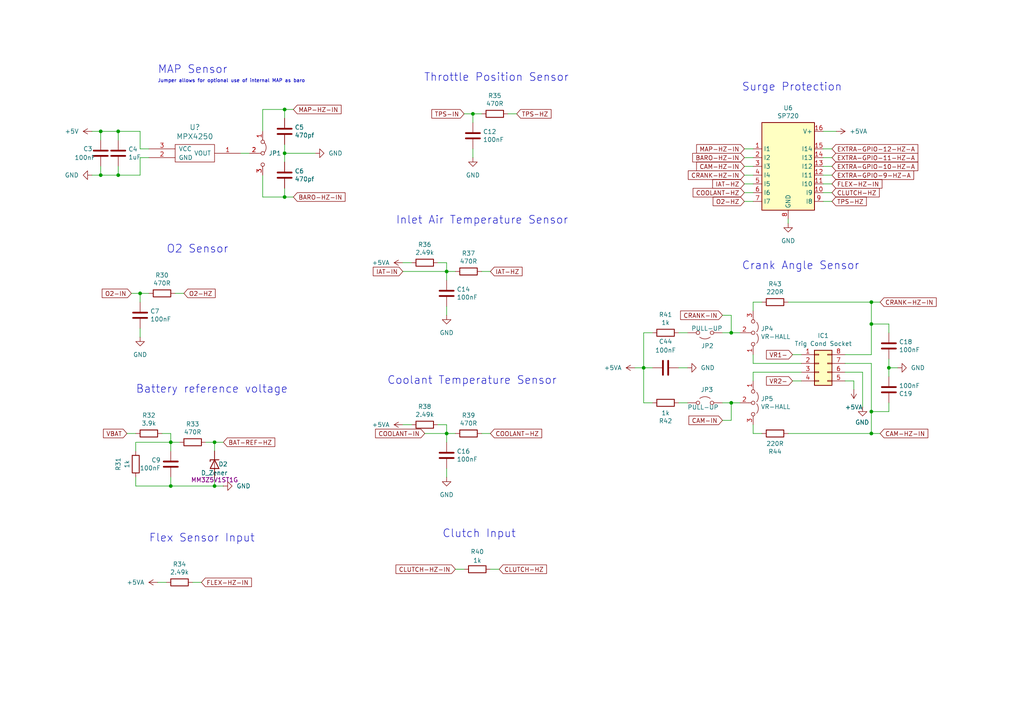
<source format=kicad_sch>
(kicad_sch (version 20250114) (generator "eeschema") (generator_version "9.0")
  (paper "A4")
  (title_block (title "0.4") (date "2021-03-27") (rev "4d") (company "Speeduino"))
  (lib_symbols
    (symbol "Connector_Generic:Conn_02x04_Counter_Clockwise" (pin_names (offset 1.016) (hide yes))
      (property "Reference" "J" (at 1.27 5.08 0))
      (property "Value" "Conn_02x04_Counter_Clockwise" (at 1.27 -7.62 0))
      (symbol "Conn_02x04_Counter_Clockwise_1_1"
        (rectangle (start -1.27 3.81) (end 3.81 -6.35) (stroke (width 0.254)) (fill (type background)))
        (rectangle (start -1.27 2.667) (end 0 2.413) (stroke (width 0.1524)))
        (rectangle (start -1.27 0.127) (end 0 -0.127) (stroke (width 0.1524)))
        (rectangle (start -1.27 -2.413) (end 0 -2.667) (stroke (width 0.1524)))
        (rectangle (start -1.27 -4.953) (end 0 -5.207) (stroke (width 0.1524)))
        (rectangle (start 3.81 2.667) (end 2.54 2.413) (stroke (width 0.1524)))
        (rectangle (start 3.81 0.127) (end 2.54 -0.127) (stroke (width 0.1524)))
        (rectangle (start 3.81 -2.413) (end 2.54 -2.667) (stroke (width 0.1524)))
        (rectangle (start 3.81 -4.953) (end 2.54 -5.207) (stroke (width 0.1524)))
        (pin passive line (at -5.08 2.54 0) (length 3.81) (name "Pin_1") (number "1"))
        (pin passive line (at -5.08 0 0) (length 3.81) (name "Pin_2") (number "2"))
        (pin passive line (at -5.08 -2.54 0) (length 3.81) (name "Pin_3") (number "3"))
        (pin passive line (at -5.08 -5.08 0) (length 3.81) (name "Pin_4") (number "4"))
        (pin passive line (at 7.62 2.54 180) (length 3.81) (name "Pin_8") (number "8"))
        (pin passive line (at 7.62 0 180) (length 3.81) (name "Pin_7") (number "7"))
        (pin passive line (at 7.62 -2.54 180) (length 3.81) (name "Pin_6") (number "6"))
        (pin passive line (at 7.62 -5.08 180) (length 3.81) (name "Pin_5") (number "5"))
      )
    )
    (symbol "Device:C" (pin_numbers (hide yes)) (pin_names (offset 0.254))
      (property "Reference" "C" (at 0.635 2.54 0))
      (property "Value" "C" (at 0.635 -2.54 0))
      (symbol "C_0_1"
        (polyline (pts (xy -2.032 0.762) (xy 2.032 0.762)) (stroke (width 0.508)))
        (polyline (pts (xy -2.032 -0.762) (xy 2.032 -0.762)) (stroke (width 0.508)))
      )
      (symbol "C_1_1"
        (pin passive line (at 0 3.81 270) (length 2.794) (name "~") (number "1"))
        (pin passive line (at 0 -3.81 90) (length 2.794) (name "~") (number "2"))
      )
    )
    (symbol "Device:D_Zener" (pin_numbers (hide yes)) (pin_names (offset 1.016) (hide yes))
      (property "Reference" "D" (at 0 2.54 0))
      (property "Value" "D_Zener" (at 0 -2.54 0))
      (symbol "D_Zener_0_1"
        (polyline (pts (xy -1.27 -1.27) (xy -1.27 1.27) (xy -0.762 1.27)) (stroke (width 0.254)))
        (polyline (pts (xy 1.27 0) (xy -1.27 0)))
        (polyline (pts (xy 1.27 -1.27) (xy 1.27 1.27) (xy -1.27 0) (xy 1.27 -1.27)) (stroke (width 0.254)))
      )
      (symbol "D_Zener_1_1"
        (pin passive line (at -3.81 0 0) (length 2.54) (name "K") (number "1"))
        (pin passive line (at 3.81 0 180) (length 2.54) (name "A") (number "2"))
      )
    )
    (symbol "Device:R" (pin_numbers (hide yes)) (pin_names (offset 0))
      (property "Reference" "R" (at 2.032 0 90))
      (property "Value" "R" (at 0 0 90))
      (symbol "R_0_1"
        (rectangle (start -1.016 -2.54) (end 1.016 2.54) (stroke (width 0.254)))
      )
      (symbol "R_1_1"
        (pin passive line (at 0 3.81 270) (length 1.27) (name "~") (number "1"))
        (pin passive line (at 0 -3.81 90) (length 1.27) (name "~") (number "2"))
      )
    )
    (symbol "IC_Automotive:SP720"
      (property "Reference" "U" (at 0 15.875 0))
      (property "Value" "SP720" (at 0 13.97 0))
      (symbol "SP720_0_1"
        (rectangle (start -7.62 -12.7) (end 7.62 12.7) (stroke (width 0.254)) (fill (type background)))
      )
      (symbol "SP720_1_1"
        (pin input line (at -10.16 5.08 0) (length 2.54) (name "I1") (number "1"))
        (pin input line (at -10.16 2.54 0) (length 2.54) (name "I2") (number "2"))
        (pin input line (at -10.16 0 0) (length 2.54) (name "I3") (number "3"))
        (pin input line (at -10.16 -2.54 0) (length 2.54) (name "I4") (number "4"))
        (pin input line (at -10.16 -5.08 0) (length 2.54) (name "I5") (number "5"))
        (pin input line (at -10.16 -7.62 0) (length 2.54) (name "I6") (number "6"))
        (pin input line (at -10.16 -10.16 0) (length 2.54) (name "I7") (number "7"))
        (pin power_in line (at 0 -15.24 90) (length 2.54) (name "GND") (number "8"))
        (pin power_in line (at 10.16 10.16 180) (length 2.54) (name "V+") (number "16"))
        (pin input line (at 10.16 5.08 180) (length 2.54) (name "I14") (number "15"))
        (pin open_collector line (at 10.16 2.54 180) (length 2.54) (name "I13") (number "14"))
        (pin input line (at 10.16 0 180) (length 2.54) (name "I12") (number "13"))
        (pin input line (at 10.16 -2.54 180) (length 2.54) (name "I11") (number "12"))
        (pin input line (at 10.16 -5.08 180) (length 2.54) (name "I10") (number "11"))
        (pin input line (at 10.16 -7.62 180) (length 2.54) (name "I9") (number "10"))
        (pin input line (at 10.16 -10.16 180) (length 2.54) (name "I8") (number "9"))
      )
    )
    (symbol "Jumper:Jumper_2_Open" (pin_numbers (hide yes)) (pin_names (offset 0) (hide yes)) (exclude_from_sim yes)
      (property "Reference" "JP" (at 0 2.794 0))
      (property "Value" "Jumper_2_Open" (at 0 -2.286 0))
      (symbol "Jumper_2_Open_0_0"
        (circle (center -2.032 0) (radius 0.508))
        (circle (center 2.032 0) (radius 0.508))
      )
      (symbol "Jumper_2_Open_0_1"
        (arc (start -1.524 1.27) (mid 0 1.778) (end 1.524 1.27))
      )
      (symbol "Jumper_2_Open_1_1"
        (pin passive line (at -5.08 0 0) (length 2.54) (name "A") (number "1"))
        (pin passive line (at 5.08 0 180) (length 2.54) (name "B") (number "2"))
      )
    )
    (symbol "Jumper:Jumper_3_Bridged12" (pin_names (offset 0) (hide yes)) (exclude_from_sim yes) (in_bom no)
      (property "Reference" "JP" (at -2.54 -2.54 0))
      (property "Value" "Jumper_3_Bridged12" (at 0 2.794 0))
      (symbol "Jumper_3_Bridged12_0_0"
        (circle (center -3.302 0) (radius 0.508))
        (circle (center 0 0) (radius 0.508))
        (circle (center 3.302 0) (radius 0.508))
      )
      (symbol "Jumper_3_Bridged12_0_1"
        (arc (start -3.048 0.508) (mid -1.651 0.9912) (end -0.254 0.508))
        (polyline (pts (xy 0 -1.27) (xy 0 -0.508)))
      )
      (symbol "Jumper_3_Bridged12_1_1"
        (pin passive line (at -6.35 0 0) (length 2.54) (name "A") (number "1"))
        (pin passive line (at 0 -3.81 90) (length 2.54) (name "C") (number "2"))
        (pin passive line (at 6.35 0 180) (length 2.54) (name "B") (number "3"))
      )
    )
    (symbol "Jumper:Jumper_3_Open" (pin_names (offset 0) (hide yes)) (exclude_from_sim yes) (in_bom no)
      (property "Reference" "JP" (at -2.54 -2.54 0))
      (property "Value" "Jumper_3_Open" (at 0 2.794 0))
      (symbol "Jumper_3_Open_0_0"
        (circle (center -3.302 0) (radius 0.508))
        (circle (center 0 0) (radius 0.508))
        (circle (center 3.302 0) (radius 0.508))
      )
      (symbol "Jumper_3_Open_0_1"
        (arc (start -3.048 1.016) (mid -1.651 1.4992) (end -0.254 1.016))
        (polyline (pts (xy 0 -0.508) (xy 0 -1.27)))
        (arc (start 0.254 1.016) (mid 1.651 1.4992) (end 3.048 1.016))
      )
      (symbol "Jumper_3_Open_1_1"
        (pin passive line (at -6.35 0 0) (length 2.54) (name "A") (number "1"))
        (pin passive line (at 0 -3.81 90) (length 2.54) (name "C") (number "2"))
        (pin passive line (at 6.35 0 180) (length 2.54) (name "B") (number "3"))
      )
    )
    (symbol "Misc:MPX4250" (pin_names (offset 1.016))
      (property "Reference" "U" (at 3.81 -3.81 0))
      (property "Value" "MPX4250" (at -1.27 3.81 0))
      (symbol "MPX4250_0_1"
        (rectangle (start -6.35 2.54) (end 5.08 -2.54))
      )
      (symbol "MPX4250_1_1"
        (pin power_in line (at -13.97 1.27 0) (length 7.62) (name "VCC") (number "3"))
        (pin power_in line (at -13.97 -1.27 0) (length 7.62) (name "GND") (number "2"))
        (pin output line (at 12.7 0 180) (length 7.62) (name "VOUT") (number "1"))
      )
    )
    (symbol "power:+5V" (power) (pin_numbers (hide yes)) (pin_names (offset 0) (hide yes))
      (property "Value" "+5V" (at 0 3.556 0))
      (symbol "+5V_0_1"
        (polyline (pts (xy -0.762 1.27) (xy 0 2.54)))
        (polyline (pts (xy 0 2.54) (xy 0.762 1.27)))
        (polyline (pts (xy 0 0) (xy 0 2.54)))
      )
      (symbol "+5V_1_1"
        (pin power_in line (at 0 0 90) (length 0) (name "~") (number "1"))
      )
    )
    (symbol "power:+5VA" (power) (pin_numbers (hide yes)) (pin_names (offset 0) (hide yes))
      (property "Value" "+5VA" (at 0 3.556 0))
      (symbol "+5VA_0_1"
        (polyline (pts (xy -0.762 1.27) (xy 0 2.54)))
        (polyline (pts (xy 0 2.54) (xy 0.762 1.27)))
        (polyline (pts (xy 0 0) (xy 0 2.54)))
      )
      (symbol "+5VA_1_1"
        (pin power_in line (at 0 0 90) (length 0) (name "~") (number "1"))
      )
    )
    (symbol "power:GND" (power) (pin_numbers (hide yes)) (pin_names (offset 0) (hide yes))
      (property "Value" "GND" (at 0 -3.81 0))
      (symbol "GND_0_1"
        (polyline (pts (xy 0 0) (xy 0 -1.27) (xy 1.27 -1.27) (xy 0 -2.54) (xy -1.27 -1.27) (xy 0 -1.27)))
      )
      (symbol "GND_1_1"
        (pin power_in line (at 0 0 270) (length 0) (name "~") (number "1"))
      )
    )
  )
  (text "Jumper allows for optional use of internal MAP as baro" (at 45.72 24.13 0) (effects (font (size 0.9906 0.9906)) (justify left bottom)))
  (text "Crank Angle Sensor" (at 215.138 78.486 0) (effects (font (size 2.286 2.286)) (justify left bottom)))
  (text "Battery reference voltage" (at 39.37 114.3 0) (effects (font (size 2.286 2.286)) (justify left bottom)))
  (text "O2 Sensor" (at 48.26 73.66 0) (effects (font (size 2.286 2.286)) (justify left bottom)))
  (text "Inlet Air Temperature Sensor" (at 114.808 65.278 0) (effects (font (size 2.286 2.286)) (justify left bottom)))
  (text "Surge Protection" (at 215.138 26.67 0) (effects (font (size 2.286 2.286)) (justify left bottom)))
  (text "Throttle Position Sensor" (at 122.936 23.876 0) (effects (font (size 2.286 2.286)) (justify left bottom)))
  (text "Flex Sensor Input" (at 43.18 157.48 0) (effects (font (size 2.286 2.286)) (justify left bottom)))
  (text "Clutch Input" (at 128.27 156.21 0) (effects (font (size 2.286 2.286)) (justify left bottom)))
  (text "MAP Sensor" (at 45.72 21.59 0) (effects (font (size 2.286 2.286)) (justify left bottom)))
  (text "Coolant Temperature Sensor" (at 112.268 111.76 0) (effects (font (size 2.286 2.286)) (justify left bottom)))
  (junction (at 212.09 96.52))
  (junction (at 129.54 78.74))
  (junction (at 252.73 93.98))
  (junction (at 49.53 128.27))
  (junction (at 29.21 50.8))
  (junction (at 29.21 38.1))
  (junction (at 252.73 119.38))
  (junction (at 62.23 140.97))
  (junction (at 34.29 38.1))
  (junction (at 137.16 33.02))
  (junction (at 252.73 125.73))
  (junction (at 82.55 57.15))
  (junction (at 129.54 125.73))
  (junction (at 62.23 128.27))
  (junction (at 252.73 87.63))
  (junction (at 40.64 85.09))
  (junction (at 212.09 116.84))
  (junction (at 82.55 44.45))
  (junction (at 49.53 140.97))
  (junction (at 186.69 106.68))
  (junction (at 257.81 106.68))
  (junction (at 34.29 50.8))
  (junction (at 82.55 31.75))
  (wire (pts (xy 39.37 140.97) (xy 49.53 140.97)))
  (wire (pts (xy 252.73 119.38) (xy 257.81 119.38)))
  (wire (pts (xy 142.24 165.1) (xy 144.78 165.1)))
  (wire (pts (xy 76.2 31.75) (xy 82.55 31.75)))
  (wire (pts (xy 49.53 130.81) (xy 49.53 128.27)))
  (wire (pts (xy 215.9 58.42) (xy 218.44 58.42)))
  (wire (pts (xy 82.55 31.75) (xy 82.55 34.29)))
  (wire (pts (xy 39.37 138.43) (xy 39.37 140.97)))
  (wire (pts (xy 139.7 125.73) (xy 142.24 125.73)))
  (wire (pts (xy 255.27 125.73) (xy 252.73 125.73)))
  (wire (pts (xy 39.37 128.27) (xy 49.53 128.27)))
  (wire (pts (xy 238.76 50.8) (xy 241.3 50.8)))
  (wire (pts (xy 82.55 57.15) (xy 85.09 57.15)))
  (wire (pts (xy 29.21 38.1) (xy 29.21 40.64)))
  (wire (pts (xy 82.55 44.45) (xy 82.55 46.99)))
  (wire (pts (xy 238.76 45.72) (xy 241.3 45.72)))
  (wire (pts (xy 257.81 119.38) (xy 257.81 116.84)))
  (wire (pts (xy 196.85 96.52) (xy 199.39 96.52)))
  (wire (pts (xy 186.69 116.84) (xy 189.23 116.84)))
  (wire (pts (xy 39.37 130.81) (xy 39.37 128.27)))
  (wire (pts (xy 129.54 76.2) (xy 129.54 78.74)))
  (wire (pts (xy 209.55 121.92) (xy 212.09 121.92)))
  (wire (pts (xy 129.54 125.73) (xy 132.08 125.73)))
  (wire (pts (xy 49.53 128.27) (xy 52.07 128.27)))
  (wire (pts (xy 252.73 93.98) (xy 257.81 93.98)))
  (wire (pts (xy 257.81 104.14) (xy 257.81 106.68)))
  (wire (pts (xy 218.44 90.17) (xy 218.44 87.63)))
  (wire (pts (xy 139.7 78.74) (xy 142.24 78.74)))
  (wire (pts (xy 218.44 50.8) (xy 215.9 50.8)))
  (wire (pts (xy 82.55 41.91) (xy 82.55 44.45)))
  (wire (pts (xy 132.08 165.1) (xy 134.62 165.1)))
  (wire (pts (xy 40.64 43.18) (xy 40.64 38.1)))
  (wire (pts (xy 137.16 33.02) (xy 139.7 33.02)))
  (wire (pts (xy 116.84 76.2) (xy 119.38 76.2)))
  (wire (pts (xy 218.44 105.41) (xy 232.41 105.41)))
  (wire (pts (xy 228.6 125.73) (xy 252.73 125.73)))
  (wire (pts (xy 209.55 116.84) (xy 212.09 116.84)))
  (wire (pts (xy 34.29 50.8) (xy 40.64 50.8)))
  (wire (pts (xy 218.44 87.63) (xy 220.98 87.63)))
  (wire (pts (xy 196.85 116.84) (xy 199.39 116.84)))
  (wire (pts (xy 252.73 93.98) (xy 252.73 102.87)))
  (wire (pts (xy 76.2 31.75) (xy 76.2 38.1)))
  (wire (pts (xy 241.3 48.26) (xy 238.76 48.26)))
  (wire (pts (xy 252.73 105.41) (xy 245.11 105.41)))
  (wire (pts (xy 40.64 87.63) (xy 40.64 85.09)))
  (wire (pts (xy 62.23 130.81) (xy 62.23 128.27)))
  (wire (pts (xy 186.69 106.68) (xy 186.69 116.84)))
  (wire (pts (xy 76.2 57.15) (xy 82.55 57.15)))
  (wire (pts (xy 29.21 50.8) (xy 34.29 50.8)))
  (wire (pts (xy 40.64 45.72) (xy 43.18 45.72)))
  (wire (pts (xy 215.9 43.18) (xy 218.44 43.18)))
  (wire (pts (xy 137.16 43.18) (xy 137.16 45.72)))
  (wire (pts (xy 184.15 106.68) (xy 186.69 106.68)))
  (wire (pts (xy 59.69 128.27) (xy 62.23 128.27)))
  (wire (pts (xy 238.76 55.88) (xy 241.3 55.88)))
  (wire (pts (xy 252.73 105.41) (xy 252.73 119.38)))
  (wire (pts (xy 137.16 35.56) (xy 137.16 33.02)))
  (wire (pts (xy 252.73 119.38) (xy 252.73 125.73)))
  (wire (pts (xy 212.09 91.44) (xy 212.09 96.52)))
  (wire (pts (xy 82.55 54.61) (xy 82.55 57.15)))
  (wire (pts (xy 241.3 58.42) (xy 238.76 58.42)))
  (wire (pts (xy 76.2 50.8) (xy 76.2 57.15)))
  (wire (pts (xy 245.11 102.87) (xy 252.73 102.87)))
  (wire (pts (xy 212.09 96.52) (xy 214.63 96.52)))
  (wire (pts (xy 129.54 135.89) (xy 129.54 138.43)))
  (wire (pts (xy 40.64 50.8) (xy 40.64 45.72)))
  (wire (pts (xy 123.19 125.73) (xy 129.54 125.73)))
  (wire (pts (xy 250.19 107.95) (xy 250.19 118.11)))
  (wire (pts (xy 218.44 55.88) (xy 215.9 55.88)))
  (wire (pts (xy 82.55 31.75) (xy 85.09 31.75)))
  (wire (pts (xy 129.54 78.74) (xy 132.08 78.74)))
  (wire (pts (xy 242.57 38.1) (xy 238.76 38.1)))
  (wire (pts (xy 82.55 44.45) (xy 91.44 44.45)))
  (wire (pts (xy 218.44 123.19) (xy 218.44 125.73)))
  (wire (pts (xy 43.18 43.18) (xy 40.64 43.18)))
  (wire (pts (xy 49.53 140.97) (xy 62.23 140.97)))
  (wire (pts (xy 218.44 125.73) (xy 220.98 125.73)))
  (wire (pts (xy 129.54 128.27) (xy 129.54 125.73)))
  (wire (pts (xy 147.32 33.02) (xy 149.86 33.02)))
  (wire (pts (xy 247.65 110.49) (xy 247.65 113.03)))
  (wire (pts (xy 40.64 95.25) (xy 40.64 97.79)))
  (wire (pts (xy 252.73 87.63) (xy 255.27 87.63)))
  (wire (pts (xy 64.77 140.97) (xy 62.23 140.97)))
  (wire (pts (xy 55.88 168.91) (xy 58.42 168.91)))
  (wire (pts (xy 62.23 138.43) (xy 62.23 140.97)))
  (wire (pts (xy 229.87 102.87) (xy 232.41 102.87)))
  (wire (pts (xy 247.65 110.49) (xy 245.11 110.49)))
  (wire (pts (xy 229.87 110.49) (xy 232.41 110.49)))
  (wire (pts (xy 129.54 123.19) (xy 129.54 125.73)))
  (wire (pts (xy 29.21 38.1) (xy 34.29 38.1)))
  (wire (pts (xy 40.64 85.09) (xy 43.18 85.09)))
  (wire (pts (xy 26.67 38.1) (xy 29.21 38.1)))
  (wire (pts (xy 62.23 128.27) (xy 64.77 128.27)))
  (wire (pts (xy 116.84 123.19) (xy 119.38 123.19)))
  (wire (pts (xy 228.6 64.77) (xy 228.6 63.5)))
  (wire (pts (xy 46.99 125.73) (xy 49.53 125.73)))
  (wire (pts (xy 116.84 78.74) (xy 129.54 78.74)))
  (wire (pts (xy 218.44 110.49) (xy 218.44 107.95)))
  (wire (pts (xy 49.53 125.73) (xy 49.53 128.27)))
  (wire (pts (xy 215.9 53.34) (xy 218.44 53.34)))
  (wire (pts (xy 186.69 96.52) (xy 186.69 106.68)))
  (wire (pts (xy 38.1 85.09) (xy 40.64 85.09)))
  (wire (pts (xy 257.81 106.68) (xy 260.35 106.68)))
  (wire (pts (xy 218.44 105.41) (xy 218.44 102.87)))
  (wire (pts (xy 49.53 138.43) (xy 49.53 140.97)))
  (wire (pts (xy 189.23 96.52) (xy 186.69 96.52)))
  (wire (pts (xy 257.81 93.98) (xy 257.81 96.52)))
  (wire (pts (xy 257.81 106.68) (xy 257.81 109.22)))
  (wire (pts (xy 214.63 116.84) (xy 212.09 116.84)))
  (wire (pts (xy 245.11 107.95) (xy 250.19 107.95)))
  (wire (pts (xy 50.8 85.09) (xy 53.34 85.09)))
  (wire (pts (xy 209.55 96.52) (xy 212.09 96.52)))
  (wire (pts (xy 34.29 38.1) (xy 34.29 40.64)))
  (wire (pts (xy 228.6 87.63) (xy 252.73 87.63)))
  (wire (pts (xy 212.09 116.84) (xy 212.09 121.92)))
  (wire (pts (xy 45.72 168.91) (xy 48.26 168.91)))
  (wire (pts (xy 252.73 93.98) (xy 252.73 87.63)))
  (wire (pts (xy 36.83 125.73) (xy 39.37 125.73)))
  (wire (pts (xy 218.44 45.72) (xy 215.9 45.72)))
  (wire (pts (xy 34.29 50.8) (xy 34.29 48.26)))
  (wire (pts (xy 241.3 43.18) (xy 238.76 43.18)))
  (wire (pts (xy 218.44 107.95) (xy 232.41 107.95)))
  (wire (pts (xy 29.21 50.8) (xy 29.21 48.26)))
  (wire (pts (xy 209.55 91.44) (xy 212.09 91.44)))
  (wire (pts (xy 196.85 106.68) (xy 199.39 106.68)))
  (wire (pts (xy 127 123.19) (xy 129.54 123.19)))
  (wire (pts (xy 129.54 88.9) (xy 129.54 91.44)))
  (wire (pts (xy 127 76.2) (xy 129.54 76.2)))
  (wire (pts (xy 241.3 53.34) (xy 238.76 53.34)))
  (wire (pts (xy 186.69 106.68) (xy 189.23 106.68)))
  (wire (pts (xy 72.39 44.45) (xy 69.85 44.45)))
  (wire (pts (xy 26.67 50.8) (xy 29.21 50.8)))
  (wire (pts (xy 134.62 33.02) (xy 137.16 33.02)))
  (wire (pts (xy 129.54 81.28) (xy 129.54 78.74)))
  (wire (pts (xy 34.29 38.1) (xy 40.64 38.1)))
  (wire (pts (xy 215.9 48.26) (xy 218.44 48.26)))
  (global_label "EXTRA-GPIO-9-HZ-A" (shape input) (at 241.3 50.8 0) (property "Intersheetrefs" "${INTERSHEET_REFS}" (effects (hide yes))))
  (global_label "CAM-HZ-IN" (shape input) (at 215.9 48.26 180) (property "Intersheetrefs" "${INTERSHEET_REFS}" (effects (hide yes))))
  (global_label "BAT-REF-HZ" (shape input) (at 64.77 128.27 0) (property "Intersheetrefs" "${INTERSHEET_REFS}" (effects (hide yes))))
  (global_label "COOLANT-HZ" (shape input) (at 215.9 55.88 180) (property "Intersheetrefs" "${INTERSHEET_REFS}" (effects (hide yes))))
  (global_label "CLUTCH-HZ" (shape input) (at 241.3 55.88 0) (property "Intersheetrefs" "${INTERSHEET_REFS}" (effects (hide yes))))
  (global_label "O2-HZ" (shape input) (at 53.34 85.09 0) (property "Intersheetrefs" "${INTERSHEET_REFS}" (effects (hide yes))))
  (global_label "CLUTCH-HZ-IN" (shape input) (at 132.08 165.1 180) (property "Intersheetrefs" "${INTERSHEET_REFS}" (effects (hide yes))))
  (global_label "VBAT" (shape input) (at 36.83 125.73 180) (property "Intersheetrefs" "${INTERSHEET_REFS}" (effects (hide yes))))
  (global_label "TPS-HZ" (shape input) (at 241.3 58.42 0) (property "Intersheetrefs" "${INTERSHEET_REFS}" (effects (hide yes))))
  (global_label "EXTRA-GPIO-10-HZ-A" (shape input) (at 241.3 48.26 0) (property "Intersheetrefs" "${INTERSHEET_REFS}" (effects (hide yes))))
  (global_label "COOLANT-HZ" (shape input) (at 142.24 125.73 0) (property "Intersheetrefs" "${INTERSHEET_REFS}" (effects (hide yes))))
  (global_label "VR1-" (shape input) (at 229.87 102.87 180) (property "Intersheetrefs" "${INTERSHEET_REFS}" (effects (hide yes))))
  (global_label "CRANK-HZ-IN" (shape input) (at 215.9 50.8 180) (property "Intersheetrefs" "${INTERSHEET_REFS}" (effects (hide yes))))
  (global_label "CLUTCH-HZ" (shape input) (at 144.78 165.1 0) (property "Intersheetrefs" "${INTERSHEET_REFS}" (effects (hide yes))))
  (global_label "FLEX-HZ-IN" (shape input) (at 58.42 168.91 0) (property "Intersheetrefs" "${INTERSHEET_REFS}" (effects (hide yes))))
  (global_label "FLEX-HZ-IN" (shape input) (at 241.3 53.34 0) (property "Intersheetrefs" "${INTERSHEET_REFS}" (effects (hide yes))))
  (global_label "O2-HZ" (shape input) (at 215.9 58.42 180) (property "Intersheetrefs" "${INTERSHEET_REFS}" (effects (hide yes))))
  (global_label "MAP-HZ-IN" (shape input) (at 85.09 31.75 0) (property "Intersheetrefs" "${INTERSHEET_REFS}" (effects (hide yes))))
  (global_label "IAT-HZ" (shape input) (at 215.9 53.34 180) (property "Intersheetrefs" "${INTERSHEET_REFS}" (effects (hide yes))))
  (global_label "TPS-IN" (shape input) (at 134.62 33.02 180) (property "Intersheetrefs" "${INTERSHEET_REFS}" (effects (hide yes))))
  (global_label "IAT-IN" (shape input) (at 116.84 78.74 180) (property "Intersheetrefs" "${INTERSHEET_REFS}" (effects (hide yes))))
  (global_label "BARO-HZ-IN" (shape input) (at 215.9 45.72 180) (property "Intersheetrefs" "${INTERSHEET_REFS}" (effects (hide yes))))
  (global_label "TPS-HZ" (shape input) (at 149.86 33.02 0) (property "Intersheetrefs" "${INTERSHEET_REFS}" (effects (hide yes))))
  (global_label "EXTRA-GPIO-12-HZ-A" (shape input) (at 241.3 43.18 0) (property "Intersheetrefs" "${INTERSHEET_REFS}" (effects (hide yes))))
  (global_label "CAM-HZ-IN" (shape input) (at 255.27 125.73 0) (property "Intersheetrefs" "${INTERSHEET_REFS}" (effects (hide yes))))
  (global_label "EXTRA-GPIO-11-HZ-A" (shape input) (at 241.3 45.72 0) (property "Intersheetrefs" "${INTERSHEET_REFS}" (effects (hide yes))))
  (global_label "BARO-HZ-IN" (shape input) (at 85.09 57.15 0) (property "Intersheetrefs" "${INTERSHEET_REFS}" (effects (hide yes))))
  (global_label "CRANK-HZ-IN" (shape input) (at 255.27 87.63 0) (property "Intersheetrefs" "${INTERSHEET_REFS}" (effects (hide yes))))
  (global_label "O2-IN" (shape input) (at 38.1 85.09 180) (property "Intersheetrefs" "${INTERSHEET_REFS}" (effects (hide yes))))
  (global_label "COOLANT-IN" (shape input) (at 123.19 125.73 180) (property "Intersheetrefs" "${INTERSHEET_REFS}" (effects (hide yes))))
  (global_label "VR2-" (shape input) (at 229.87 110.49 180) (property "Intersheetrefs" "${INTERSHEET_REFS}" (effects (hide yes))))
  (global_label "CRANK-IN" (shape input) (at 209.55 91.44 180) (property "Intersheetrefs" "${INTERSHEET_REFS}" (effects (hide yes))))
  (global_label "MAP-HZ-IN" (shape input) (at 215.9 43.18 180) (property "Intersheetrefs" "${INTERSHEET_REFS}" (effects (hide yes))))
  (global_label "IAT-HZ" (shape input) (at 142.24 78.74 0) (property "Intersheetrefs" "${INTERSHEET_REFS}" (effects (hide yes))))
  (global_label "CAM-IN" (shape input) (at 209.55 121.92 180) (property "Intersheetrefs" "${INTERSHEET_REFS}" (effects (hide yes))))
  (symbol (lib_id "Misc:MPX4250") (at 57.15 44.45 0) (unit 1)
    (property "Reference" "U5" (at 56.515 36.9062 0) (effects (font (size 1.524 1.524))))
    (property "Value" "MPX4250" (at 56.515 39.5986 0) (effects (font (size 1.524 1.524))))
    (property "Footprint" "Misc:MPX4250" (effects (hide yes)))
    (property "Digikey Part Number" "MPX4250AP-ND" (effects (hide yes)))
    (property "Manufacturer_Name" "NXP" (effects (hide yes)))
    (property "Manufacturer_Part_Number" "MPX4250AP" (effects (hide yes)))
    (property "URL" "https://www.digikey.com.au/product-detail/en/nxp-usa-inc/MPX4250AP/MPX4250AP-ND/464053" (effects (hide yes)))
    (instances (project "" (path "" (reference "U?") (unit 1)) (path "" (reference "U5") (unit 1))))
  )
  (symbol (lib_id "Device:C") (at 29.21 44.45 0) (unit 1)
    (property "Reference" "C3" (at 24.13 43.18 0) (effects (justify left)))
    (property "Value" "100nF" (at 21.59 45.72 0) (effects (justify left)))
    (property "Footprint" "Capacitor_SMD:C_0805_2012Metric" (effects (hide yes)))
    (property "Digikey Part Number" "311-1136-1-ND" (effects (hide yes)))
    (property "Manufacturer_Name" "Yageo" (effects (hide yes)))
    (property "Manufacturer_Part_Number" "CC0805KRX7R9BB103" (effects (hide yes)))
    (property "URL" "https://www.digikey.com/product-detail/en/yageo/CC0805KRX7R9BB103/311-1136-1-ND/303046" (effects (hide yes)))
  )
  (symbol (lib_id "Device:C") (at 34.29 44.45 0) (unit 1)
    (property "Reference" "C4" (at 37.211 43.2816 0) (effects (justify left)))
    (property "Value" "1uF" (at 37.211 45.593 0) (effects (justify left)))
    (property "Footprint" "Capacitor_SMD:C_0805_2012Metric" (effects (hide yes)))
    (property "Digikey Part Number" "311-1365-1-ND" (effects (hide yes)))
    (property "Manufacturer_Name" "Yageo" (effects (hide yes)))
    (property "Manufacturer_Part_Number" "CC0805KKX7R7BB105" (effects (hide yes)))
    (property "URL" "https://www.digikey.com/product-detail/en/yageo/CC0805KKX7R7BB105/311-1365-1-ND/2103149" (effects (hide yes)))
  )
  (symbol (lib_id "Device:R") (at 224.79 87.63 270) (unit 1)
    (property "Reference" "R43" (at 224.79 82.3722 90))
    (property "Value" "220R" (at 224.79 84.6836 90))
    (property "Footprint" "Resistor_SMD:R_0805_2012Metric" (effects (hide yes)))
    (property "Digikey Part Number" "311-220CRCT-ND" (effects (hide yes)))
    (property "Manufacturer_Name" "Yageo" (effects (hide yes)))
    (property "Manufacturer_Part_Number" "RC0805FR-07220RL" (effects (hide yes)))
    (property "URL" "https://www.digikey.com/product-detail/en/yageo/RC0805FR-07220RL/311-220CRCT-ND/730688" (effects (hide yes)))
  )
  (symbol (lib_id "Device:R") (at 224.79 125.73 270) (mirror x) (unit 1)
    (property "Reference" "R44" (at 224.79 130.9878 90))
    (property "Value" "220R" (at 224.79 128.6764 90))
    (property "Footprint" "Resistor_SMD:R_0805_2012Metric" (effects (hide yes)))
    (property "Digikey Part Number" "311-220CRCT-ND" (effects (hide yes)))
    (property "Manufacturer_Name" "Yageo" (effects (hide yes)))
    (property "Manufacturer_Part_Number" "RC0805FR-07220RL" (effects (hide yes)))
    (property "URL" "https://www.digikey.com/product-detail/en/yageo/RC0805FR-07220RL/311-220CRCT-ND/730688" (effects (hide yes)))
  )
  (symbol (lib_id "IC_Automotive:SP720") (at 228.6 48.26 0) (unit 1)
    (property "Reference" "U6" (at 228.6 31.3182 0))
    (property "Value" "SP720" (at 228.6 33.6296 0))
    (property "Footprint" "Package_SO:SOIC-16_3.9x9.9mm_P1.27mm" (effects (hide yes)))
    (property "Datasheet" "https://m.littelfuse.com/~/media/electronics/datasheets/tvs_diode_arrays/littelfuse_tvs_diode_array_sp720_datasheet.pdf.pdf" (effects (hide yes)))
    (property "Description" "High Voltage, High Current Darlington Transistor Arrays, SOIC16W/TSSOP16" (effects (hide yes)))
    (property "Digikey Part Number" "F3162CT-ND" (effects (hide yes)))
    (property "Manufacturer_Name" "Littelfuse" (effects (hide yes)))
    (property "Manufacturer_Part_Number" "SP720ABTG" (effects (hide yes)))
    (property "URL" "https://www.digikey.com/product-detail/en/littelfuse-inc/SP720ABTG/F3162CT-ND/1984458" (effects (hide yes)))
  )
  (symbol (lib_id "Device:R") (at 46.99 85.09 270) (unit 1)
    (property "Reference" "R30" (at 46.99 79.8322 90))
    (property "Value" "470R" (at 46.99 82.1436 90))
    (property "Footprint" "Resistor_SMD:R_0805_2012Metric" (effects (hide yes)))
    (property "Manufacturer_Name" "Panasonic" (effects (hide yes)))
    (property "Manufacturer_Part_Number" "ERJ-6ENF4700V" (effects (hide yes)))
    (property "URL" "https://www.digikey.com/product-detail/en/panasonic-electronic-components/ERJ-6ENF4700V/P470CCT-ND/1746871" (effects (hide yes)))
    (property "Digikey Part Number" "P470CCT-ND" (effects (hide yes)))
  )
  (symbol (lib_id "Device:C") (at 40.64 91.44 0) (unit 1)
    (property "Reference" "C7" (at 43.561 90.2716 0) (effects (justify left)))
    (property "Value" "100nF" (at 43.561 92.583 0) (effects (justify left)))
    (property "Footprint" "Capacitor_SMD:C_0805_2012Metric" (effects (hide yes)))
    (property "Digikey Part Number" "311-1140-1-ND" (effects (hide yes)))
    (property "Manufacturer_Name" "Yageo" (effects (hide yes)))
    (property "Manufacturer_Part_Number" "CC0805KRX7R9BB104" (effects (hide yes)))
    (property "URL" "https://www.digikey.com.au/product-detail/en/yageo/CC0805KRX7R9BB104/311-1140-1-ND/303050" (effects (hide yes)))
  )
  (symbol (lib_id "Device:R") (at 143.51 33.02 270) (unit 1)
    (property "Reference" "R35" (at 143.51 27.7622 90))
    (property "Value" "470R" (at 143.51 30.0736 90))
    (property "Footprint" "Resistor_SMD:R_0805_2012Metric" (effects (hide yes)))
    (property "Manufacturer_Name" "Panasonic" (effects (hide yes)))
    (property "Manufacturer_Part_Number" "ERJ-6ENF4700V" (effects (hide yes)))
    (property "URL" "https://www.digikey.com/product-detail/en/panasonic-electronic-components/ERJ-6ENF4700V/P470CCT-ND/1746871" (effects (hide yes)))
    (property "Digikey Part Number" "P470CCT-ND" (effects (hide yes)))
  )
  (symbol (lib_id "Device:C") (at 137.16 39.37 0) (unit 1)
    (property "Reference" "C12" (at 140.081 38.2016 0) (effects (justify left)))
    (property "Value" "100nF" (at 140.081 40.513 0) (effects (justify left)))
    (property "Footprint" "Capacitor_SMD:C_0805_2012Metric" (effects (hide yes)))
    (property "Digikey Part Number" "311-1140-1-ND" (effects (hide yes)))
    (property "Manufacturer_Name" "Yageo" (effects (hide yes)))
    (property "Manufacturer_Part_Number" "CC0805KRX7R9BB104" (effects (hide yes)))
    (property "URL" "https://www.digikey.com.au/product-detail/en/yageo/CC0805KRX7R9BB104/311-1140-1-ND/303050" (effects (hide yes)))
  )
  (symbol (lib_id "Device:R") (at 135.89 78.74 270) (unit 1)
    (property "Reference" "R37" (at 135.89 73.4822 90))
    (property "Value" "470R" (at 135.89 75.7936 90))
    (property "Footprint" "Resistor_SMD:R_0805_2012Metric" (effects (hide yes)))
    (property "Manufacturer_Name" "Panasonic" (effects (hide yes)))
    (property "Manufacturer_Part_Number" "ERJ-6ENF4700V" (effects (hide yes)))
    (property "URL" "https://www.digikey.com/product-detail/en/panasonic-electronic-components/ERJ-6ENF4700V/P470CCT-ND/1746871" (effects (hide yes)))
    (property "Digikey Part Number" "P470CCT-ND" (effects (hide yes)))
  )
  (symbol (lib_id "Device:C") (at 129.54 85.09 0) (unit 1)
    (property "Reference" "C14" (at 132.461 83.9216 0) (effects (justify left)))
    (property "Value" "100nF" (at 132.461 86.233 0) (effects (justify left)))
    (property "Footprint" "Capacitor_SMD:C_0805_2012Metric" (effects (hide yes)))
    (property "Digikey Part Number" "311-1140-1-ND" (effects (hide yes)))
    (property "Manufacturer_Name" "Yageo" (effects (hide yes)))
    (property "Manufacturer_Part_Number" "CC0805KRX7R9BB104" (effects (hide yes)))
    (property "URL" "https://www.digikey.com.au/product-detail/en/yageo/CC0805KRX7R9BB104/311-1140-1-ND/303050" (effects (hide yes)))
  )
  (symbol (lib_id "Device:R") (at 123.19 76.2 270) (unit 1)
    (property "Reference" "R36" (at 123.19 70.9422 90))
    (property "Value" "2.49k" (at 123.19 73.2536 90))
    (property "Footprint" "Resistor_SMD:R_0805_2012Metric" (effects (hide yes)))
    (property "Digikey Part Number" "YAG1854CT-ND" (effects (hide yes)))
    (property "Manufacturer_Name" "Yageo" (effects (hide yes)))
    (property "Manufacturer_Part_Number" "RT0805BRD072K49L" (effects (hide yes)))
    (property "URL" "https://www.digikey.com/product-detail/en/yageo/RT0805BRD072K49L/YAG1854CT-ND/5139302" (effects (hide yes)))
  )
  (symbol (lib_id "Device:R") (at 135.89 125.73 270) (unit 1)
    (property "Reference" "R39" (at 135.89 120.4722 90))
    (property "Value" "470R" (at 135.89 122.7836 90))
    (property "Footprint" "Resistor_SMD:R_0805_2012Metric" (effects (hide yes)))
    (property "Manufacturer_Name" "Panasonic" (effects (hide yes)))
    (property "Manufacturer_Part_Number" "ERJ-6ENF4700V" (effects (hide yes)))
    (property "URL" "https://www.digikey.com/product-detail/en/panasonic-electronic-components/ERJ-6ENF4700V/P470CCT-ND/1746871" (effects (hide yes)))
    (property "Digikey Part Number" "P470CCT-ND" (effects (hide yes)))
  )
  (symbol (lib_id "Device:C") (at 129.54 132.08 0) (unit 1)
    (property "Reference" "C16" (at 132.461 130.9116 0) (effects (justify left)))
    (property "Value" "100nF" (at 132.461 133.223 0) (effects (justify left)))
    (property "Footprint" "Capacitor_SMD:C_0805_2012Metric" (effects (hide yes)))
    (property "Digikey Part Number" "311-1140-1-ND" (effects (hide yes)))
    (property "Manufacturer_Name" "Yageo" (effects (hide yes)))
    (property "Manufacturer_Part_Number" "CC0805KRX7R9BB104" (effects (hide yes)))
    (property "URL" "https://www.digikey.com.au/product-detail/en/yageo/CC0805KRX7R9BB104/311-1140-1-ND/303050" (effects (hide yes)))
  )
  (symbol (lib_id "Device:R") (at 123.19 123.19 270) (unit 1)
    (property "Reference" "R38" (at 123.19 117.9322 90))
    (property "Value" "2.49k" (at 123.19 120.2436 90))
    (property "Footprint" "Resistor_SMD:R_0805_2012Metric" (effects (hide yes)))
    (property "Digikey Part Number" "YAG1854CT-ND" (effects (hide yes)))
    (property "Manufacturer_Name" "Yageo" (effects (hide yes)))
    (property "Manufacturer_Part_Number" "RT0805BRD072K49L" (effects (hide yes)))
    (property "URL" "https://www.digikey.com/product-detail/en/yageo/RT0805BRD072K49L/YAG1854CT-ND/5139302" (effects (hide yes)))
  )
  (symbol (lib_id "Device:R") (at 55.88 128.27 270) (unit 1)
    (property "Reference" "R33" (at 55.88 123.0122 90))
    (property "Value" "470R" (at 55.88 125.3236 90))
    (property "Footprint" "Resistor_SMD:R_0805_2012Metric" (effects (hide yes)))
    (property "Manufacturer_Name" "Panasonic" (effects (hide yes)))
    (property "Manufacturer_Part_Number" "ERJ-6ENF4700V" (effects (hide yes)))
    (property "URL" "https://www.digikey.com/product-detail/en/panasonic-electronic-components/ERJ-6ENF4700V/P470CCT-ND/1746871" (effects (hide yes)))
    (property "Digikey Part Number" "P470CCT-ND" (effects (hide yes)))
  )
  (symbol (lib_id "Device:C") (at 49.53 134.62 0) (mirror y) (unit 1)
    (property "Reference" "C9" (at 46.609 133.4516 0) (effects (justify left)))
    (property "Value" "100nF" (at 46.609 135.763 0) (effects (justify left)))
    (property "Footprint" "Capacitor_SMD:C_0805_2012Metric" (effects (hide yes)))
    (property "Digikey Part Number" "311-1140-1-ND" (effects (hide yes)))
    (property "Manufacturer_Name" "Yageo" (effects (hide yes)))
    (property "Manufacturer_Part_Number" "CC0805KRX7R9BB104" (effects (hide yes)))
    (property "URL" "https://www.digikey.com.au/product-detail/en/yageo/CC0805KRX7R9BB104/311-1140-1-ND/303050" (effects (hide yes)))
  )
  (symbol (lib_id "Device:R") (at 43.18 125.73 270) (unit 1)
    (property "Reference" "R32" (at 43.18 120.4722 90))
    (property "Value" "3.9k" (at 43.18 122.7836 90))
    (property "Footprint" "Resistor_SMD:R_0805_2012Metric" (effects (hide yes)))
    (property "Digikey Part Number" "311-3.90KCRCT-ND" (effects (hide yes)))
    (property "Manufacturer_Name" "Yageo" (effects (hide yes)))
    (property "Manufacturer_Part_Number" "RC0805FR-073K9L" (effects (hide yes)))
    (property "URL" "https://www.digikey.com/product-detail/en/yageo/RC0805FR-073K9L/311-3.90KCRCT-ND/730785" (effects (hide yes)))
  )
  (symbol (lib_id "Device:R") (at 39.37 134.62 180) (unit 1)
    (property "Reference" "R31" (at 34.29 134.62 90))
    (property "Value" "1k" (at 36.83 134.62 90))
    (property "Footprint" "Resistor_SMD:R_0805_2012Metric" (effects (hide yes)))
    (property "Digikey Part Number" "311-1.00KCRCT-ND" (effects (hide yes)))
    (property "Manufacturer_Name" "Yageo" (effects (hide yes)))
    (property "Manufacturer_Part_Number" "RC0805FR-071KL" (effects (hide yes)))
    (property "URL" "https://www.digikey.com/product-detail/en/yageo/RC0805FR-071KL/311-1.00KCRCT-ND/730391" (effects (hide yes)))
  )
  (symbol (lib_id "Device:R") (at 138.43 165.1 90) (unit 1)
    (property "Reference" "R40" (at 138.43 160.02 90))
    (property "Value" "1k" (at 138.43 162.56 90))
    (property "Footprint" "Resistor_SMD:R_0805_2012Metric" (effects (hide yes)))
    (property "Digikey Part Number" "311-1.00KCRCT-ND" (effects (hide yes)))
    (property "Manufacturer_Name" "Yageo" (effects (hide yes)))
    (property "Manufacturer_Part_Number" "RC0805FR-071KL" (effects (hide yes)))
    (property "URL" "https://www.digikey.com/product-detail/en/yageo/RC0805FR-071KL/311-1.00KCRCT-ND/730391" (effects (hide yes)))
  )
  (symbol (lib_id "Device:R") (at 52.07 168.91 270) (unit 1)
    (property "Reference" "R34" (at 52.07 163.6522 90))
    (property "Value" "2.49k" (at 52.07 165.9636 90))
    (property "Footprint" "Resistor_SMD:R_0805_2012Metric" (effects (hide yes)))
    (property "Digikey Part Number" "311-2.40KCRCT-ND" (effects (hide yes)))
    (property "Manufacturer_Name" "Yageo" (effects (hide yes)))
    (property "Manufacturer_Part_Number" "RC0805FR-072K4L" (effects (hide yes)))
    (property "URL" "https://www.digikey.com/product-detail/en/yageo/RC0805FR-072K4L/311-2.40KCRCT-ND/730637" (effects (hide yes)))
  )
  (symbol (lib_id "Connector_Generic:Conn_02x04_Counter_Clockwise") (at 237.49 105.41 0) (unit 1)
    (property "Reference" "IC1" (at 238.76 97.3582 0))
    (property "Value" "Trig Cond Socket" (at 238.76 99.6696 0))
    (property "Footprint" "Package_DIP:DIP-8_W7.62mm_Socket" (effects (hide yes)))
  )
  (symbol (lib_id "power:GND") (at 250.19 118.11 0) (mirror y) (unit 1)
    (property "Reference" "#PWR0139" (effects (hide yes)))
    (property "Value" "GND" (at 250.063 122.5042 0))
  )
  (symbol (lib_id "Jumper:Jumper_3_Open") (at 218.44 96.52 270) (mirror x) (unit 1)
    (property "Reference" "JP4" (at 220.6498 95.3516 90) (effects (justify left)))
    (property "Value" "VR-HALL" (at 220.6498 97.663 90) (effects (justify left)))
    (property "Footprint" "Jumper:SolderJumper-3_P1.3mm_Open_RoundedPad1.0x1.5mm" (effects (hide yes)))
    (property "Digikey Part Number" "952-2263-ND " (effects (hide yes)))
    (property "Manufacturer_Name" "Harwin Inc" (effects (hide yes)))
    (property "Manufacturer_Part_Number" "M20-9990345" (effects (hide yes)))
    (property "URL" "https://www.digikey.com.au/products/en?keywords=M20-9990345" (effects (hide yes)))
  )
  (symbol (lib_id "Jumper:Jumper_3_Open") (at 218.44 116.84 270) (unit 1)
    (property "Reference" "JP5" (at 220.6498 115.6716 90) (effects (justify left)))
    (property "Value" "VR-HALL" (at 220.6498 117.983 90) (effects (justify left)))
    (property "Footprint" "Jumper:SolderJumper-3_P1.3mm_Open_RoundedPad1.0x1.5mm" (effects (hide yes)))
    (property "Digikey Part Number" "952-2263-ND " (effects (hide yes)))
    (property "Manufacturer_Name" "Harwin Inc" (effects (hide yes)))
    (property "Manufacturer_Part_Number" "M20-9990345" (effects (hide yes)))
    (property "URL" "https://www.digikey.com.au/products/en?keywords=M20-9990345" (effects (hide yes)))
  )
  (symbol (lib_id "Device:D_Zener") (at 62.23 134.62 90) (mirror x) (unit 1)
    (property "Reference" "D2" (at 66.04 134.62 90) (effects (justify left)))
    (property "Value" "D_Zener" (at 66.04 137.16 90) (effects (justify left)))
    (property "Footprint" "Diode_SMD:D_SOD-323" (effects (hide yes)))
    (property "Part #" "MM3Z5V1ST1G" (at 69.088 139.192 90) (effects (justify left)))
    (property "Digikey Part Number" "MM3Z5V1ST1GOSCT-ND" (effects (hide yes)))
    (property "Manufacturer_Name" "On Semi" (effects (hide yes)))
    (property "Manufacturer_Part_Number" "MM3Z5V1ST1G" (effects (hide yes)))
    (property "URL" "https://www.digikey.com/product-detail/en/on-semiconductor/MM3Z5V1ST1G/MM3Z5V1ST1GOSCT-ND/964547" (effects (hide yes)))
  )
  (symbol (lib_id "Jumper:Jumper_3_Bridged12") (at 76.2 44.45 270) (unit 1)
    (property "Reference" "JP1" (at 77.9018 44.45 90) (effects (justify left)))
    (property "Value" "Jumper_3_Bridged12" (effects (hide yes)))
    (property "Footprint" "Jumper:SolderJumper-3_P1.3mm_Open_RoundedPad1.0x1.5mm" (effects (hide yes)))
  )
  (symbol (lib_id "power:+5VA") (at 184.15 106.68 90) (unit 1)
    (property "Reference" "#PWR06" (effects (hide yes)))
    (property "Value" "+5VA" (at 180.34 106.6799 90) (effects (justify left)))
    (property "Description" "Power symbol creates a global label with name \"+5VA\"" (effects (hide yes)))
  )
  (symbol (lib_id "power:GND") (at 40.64 97.79 0) (unit 1)
    (property "Reference" "#PWR0144" (effects (hide yes)))
    (property "Value" "GND" (at 40.64 102.87 0))
    (property "Description" "Power symbol creates a global label with name \"GND\" , ground" (effects (hide yes)))
  )
  (symbol (lib_id "power:+5VA") (at 116.84 123.19 90) (unit 1)
    (property "Reference" "#PWR08" (effects (hide yes)))
    (property "Value" "+5VA" (at 113.03 123.1899 90) (effects (justify left)))
    (property "Description" "Power symbol creates a global label with name \"+5VA\"" (effects (hide yes)))
  )
  (symbol (lib_id "power:GND") (at 228.6 64.77 0) (unit 1)
    (property "Reference" "#PWR0137" (effects (hide yes)))
    (property "Value" "GND" (at 228.6 69.85 0))
    (property "Description" "Power symbol creates a global label with name \"GND\" , ground" (effects (hide yes)))
  )
  (symbol (lib_id "Jumper:Jumper_2_Open") (at 204.47 116.84 0) (unit 1)
    (property "Reference" "JP3" (at 203.2 113.03 0) (effects (justify left)))
    (property "Value" "PULL-UP" (at 199.39 118.11 0) (effects (justify left)))
    (property "Footprint" "Jumper:SolderJumper-2_P1.3mm_Open_RoundedPad1.0x1.5mm" (effects (hide yes)))
    (property "Digikey Part Number" "952-2261-ND " (effects (hide yes)))
    (property "Manufacturer_Name" "Harwin Inc" (effects (hide yes)))
    (property "Manufacturer_Part_Number" "M20-9990245 " (effects (hide yes)))
    (property "URL" "https://www.digikey.com.au/products/en?keywords=M20-9990245" (effects (hide yes)))
  )
  (symbol (lib_id "power:GND") (at 26.67 50.8 270) (unit 1)
    (property "Reference" "#PWR0150" (effects (hide yes)))
    (property "Value" "GND" (at 22.86 50.7999 90) (effects (justify right)))
    (property "Description" "Power symbol creates a global label with name \"GND\" , ground" (effects (hide yes)))
  )
  (symbol (lib_id "power:GND") (at 129.54 138.43 0) (unit 1)
    (property "Reference" "#PWR0145" (effects (hide yes)))
    (property "Value" "GND" (at 129.54 143.51 0))
    (property "Description" "Power symbol creates a global label with name \"GND\" , ground" (effects (hide yes)))
  )
  (symbol (lib_id "power:GND") (at 260.35 106.68 90) (unit 1)
    (property "Reference" "#PWR0138" (effects (hide yes)))
    (property "Value" "GND" (at 264.16 106.6799 90) (effects (justify right)))
    (property "Description" "Power symbol creates a global label with name \"GND\" , ground" (effects (hide yes)))
  )
  (symbol (lib_id "power:+5VA") (at 45.72 168.91 90) (unit 1)
    (property "Reference" "#PWR09" (effects (hide yes)))
    (property "Value" "+5VA" (at 41.91 168.9099 90) (effects (justify left)))
    (property "Description" "Power symbol creates a global label with name \"+5VA\"" (effects (hide yes)))
  )
  (symbol (lib_id "power:GND") (at 137.16 45.72 0) (unit 1)
    (property "Reference" "#PWR0141" (effects (hide yes)))
    (property "Value" "GND" (at 137.16 50.8 0))
    (property "Description" "Power symbol creates a global label with name \"GND\" , ground" (effects (hide yes)))
  )
  (symbol (lib_id "Device:C") (at 82.55 38.1 0) (unit 1)
    (property "Reference" "C5" (at 85.471 36.9316 0) (effects (justify left)))
    (property "Value" "470pf" (at 85.471 39.243 0) (effects (justify left)))
    (property "Footprint" "Capacitor_SMD:C_0805_2012Metric" (effects (hide yes)))
    (property "Digikey Part Number" "311-1124-1-ND" (effects (hide yes)))
    (property "Manufacturer_Name" "Yageo" (effects (hide yes)))
    (property "Manufacturer_Part_Number" "CC0805KRX7R9BB471" (effects (hide yes)))
    (property "URL" "https://www.digikey.com/product-detail/en/yageo/CC0805KRX7R9BB471/311-1124-1-ND/303034" (effects (hide yes)))
  )
  (symbol (lib_id "Device:R") (at 193.04 116.84 90) (unit 1)
    (property "Reference" "R42" (at 193.04 122.0978 90))
    (property "Value" "1k" (at 193.04 119.7864 90))
    (property "Footprint" "Resistor_SMD:R_0805_2012Metric" (effects (hide yes)))
    (property "Digikey Part Number" "311-1.00KCRCT-ND" (effects (hide yes)))
    (property "Manufacturer_Name" "Yageo" (effects (hide yes)))
    (property "Manufacturer_Part_Number" "RC0805FR-071KL" (effects (hide yes)))
    (property "URL" "https://www.digikey.com/product-detail/en/yageo/RC0805FR-071KL/311-1.00KCRCT-ND/730391" (effects (hide yes)))
  )
  (symbol (lib_id "Device:C") (at 82.55 50.8 0) (unit 1)
    (property "Reference" "C6" (at 85.471 49.6316 0) (effects (justify left)))
    (property "Value" "470pf" (at 85.471 51.943 0) (effects (justify left)))
    (property "Footprint" "Capacitor_SMD:C_0805_2012Metric" (effects (hide yes)))
    (property "Digikey Part Number" "311-1124-1-ND" (effects (hide yes)))
    (property "Manufacturer_Name" "Yageo" (effects (hide yes)))
    (property "Manufacturer_Part_Number" "CC0805KRX7R9BB471" (effects (hide yes)))
    (property "URL" "https://www.digikey.com/product-detail/en/yageo/CC0805KRX7R9BB471/311-1124-1-ND/303034" (effects (hide yes)))
  )
  (symbol (lib_id "power:GND") (at 129.54 91.44 0) (unit 1)
    (property "Reference" "#PWR0143" (effects (hide yes)))
    (property "Value" "GND" (at 129.54 96.52 0))
    (property "Description" "Power symbol creates a global label with name \"GND\" , ground" (effects (hide yes)))
  )
  (symbol (lib_id "power:+5VA") (at 242.57 38.1 270) (unit 1)
    (property "Reference" "#PWR05" (effects (hide yes)))
    (property "Value" "+5VA" (at 246.38 38.0999 90) (effects (justify left)))
    (property "Description" "Power symbol creates a global label with name \"+5VA\"" (effects (hide yes)))
  )
  (symbol (lib_id "power:GND") (at 64.77 140.97 90) (unit 1)
    (property "Reference" "#PWR0148" (effects (hide yes)))
    (property "Value" "GND" (at 68.58 140.9699 90) (effects (justify right)))
    (property "Description" "Power symbol creates a global label with name \"GND\" , ground" (effects (hide yes)))
  )
  (symbol (lib_id "power:+5VA") (at 116.84 76.2 90) (unit 1)
    (property "Reference" "#PWR04" (effects (hide yes)))
    (property "Value" "+5VA" (at 113.03 76.1999 90) (effects (justify left)))
    (property "Description" "Power symbol creates a global label with name \"+5VA\"" (effects (hide yes)))
  )
  (symbol (lib_id "power:GND") (at 91.44 44.45 90) (unit 1)
    (property "Reference" "#PWR0153" (effects (hide yes)))
    (property "Value" "GND" (at 95.25 44.4499 90) (effects (justify right)))
    (property "Description" "Power symbol creates a global label with name \"GND\" , ground" (effects (hide yes)))
  )
  (symbol (lib_id "power:+5V") (at 26.67 38.1 90) (unit 1)
    (property "Reference" "#PWR03" (effects (hide yes)))
    (property "Value" "+5V" (at 22.86 38.0999 90) (effects (justify left)))
    (property "Description" "Power symbol creates a global label with name \"+5V\"" (effects (hide yes)))
  )
  (symbol (lib_id "Device:C") (at 193.04 106.68 90) (unit 1)
    (property "Reference" "C44" (at 193.04 99.06 90))
    (property "Value" "100nF" (at 193.04 101.6 90))
    (property "Footprint" "Capacitor_SMD:C_0805_2012Metric" (effects (hide yes)))
    (property "Description" "Unpolarized capacitor" (effects (hide yes)))
  )
  (symbol (lib_id "Device:C") (at 257.81 100.33 0) (unit 1)
    (property "Reference" "C18" (at 260.731 99.1616 0) (effects (justify left)))
    (property "Value" "100nF" (at 260.731 101.473 0) (effects (justify left)))
    (property "Footprint" "Capacitor_SMD:C_0805_2012Metric" (effects (hide yes)))
    (property "Digikey Part Number" "311-1136-1-ND" (effects (hide yes)))
    (property "Manufacturer_Name" "Yageo" (effects (hide yes)))
    (property "Manufacturer_Part_Number" "CC0805KRX7R9BB103" (effects (hide yes)))
    (property "URL" "https://www.digikey.com/product-detail/en/yageo/CC0805KRX7R9BB103/311-1136-1-ND/303046" (effects (hide yes)))
  )
  (symbol (lib_id "power:+5VA") (at 247.65 113.03 180) (unit 1)
    (property "Reference" "#PWR07" (effects (hide yes)))
    (property "Value" "+5VA" (at 247.65 118.11 0))
    (property "Description" "Power symbol creates a global label with name \"+5VA\"" (effects (hide yes)))
  )
  (symbol (lib_id "Device:C") (at 257.81 113.03 0) (mirror x) (unit 1)
    (property "Reference" "C19" (at 260.731 114.1984 0) (effects (justify left)))
    (property "Value" "100nF" (at 260.731 111.887 0) (effects (justify left)))
    (property "Footprint" "Capacitor_SMD:C_0805_2012Metric" (effects (hide yes)))
    (property "Digikey Part Number" "311-1140-1-ND" (effects (hide yes)))
    (property "Manufacturer_Name" "Yageo" (effects (hide yes)))
    (property "Manufacturer_Part_Number" "CC0805KRX7R9BB104" (effects (hide yes)))
    (property "URL" "https://www.digikey.com.au/product-detail/en/yageo/CC0805KRX7R9BB104/311-1140-1-ND/303050" (effects (hide yes)))
  )
  (symbol (lib_id "Device:R") (at 193.04 96.52 270) (unit 1)
    (property "Reference" "R41" (at 193.04 91.2622 90))
    (property "Value" "1k" (at 193.04 93.5736 90))
    (property "Footprint" "Resistor_SMD:R_0805_2012Metric" (effects (hide yes)))
    (property "Digikey Part Number" "311-1.00KCRCT-ND" (effects (hide yes)))
    (property "Manufacturer_Name" "Yageo" (effects (hide yes)))
    (property "Manufacturer_Part_Number" "RC0805FR-071KL" (effects (hide yes)))
    (property "URL" "https://www.digikey.com/product-detail/en/yageo/RC0805FR-071KL/311-1.00KCRCT-ND/730391" (effects (hide yes)))
  )
  (symbol (lib_id "power:GND") (at 199.39 106.68 90) (unit 1)
    (property "Reference" "#PWR046" (effects (hide yes)))
    (property "Value" "GND" (at 203.2 106.6799 90) (effects (justify right)))
    (property "Description" "Power symbol creates a global label with name \"GND\" , ground" (effects (hide yes)))
  )
  (symbol (lib_id "Jumper:Jumper_2_Open") (at 204.47 96.52 180) (unit 1)
    (property "Reference" "JP2" (at 207.01 100.33 0) (effects (justify left)))
    (property "Value" "PULL-UP" (at 209.55 95.25 0) (effects (justify left)))
    (property "Footprint" "Jumper:SolderJumper-2_P1.3mm_Open_RoundedPad1.0x1.5mm" (effects (hide yes)))
    (property "Digikey Part Number" "952-2261-ND " (effects (hide yes)))
    (property "Manufacturer_Name" "Harwin Inc" (effects (hide yes)))
    (property "Manufacturer_Part_Number" "M20-9990245 " (effects (hide yes)))
    (property "URL" "https://www.digikey.com.au/products/en?keywords=M20-9990245" (effects (hide yes)))
  )
)
</source>
